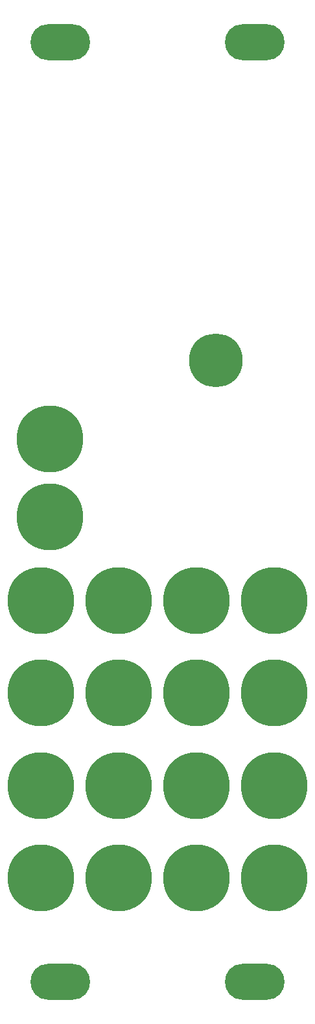
<source format=gbs>
G04 DipTrace 3.3.0.0*
G04 ESP_panel.GBS*
%MOIN*%
G04 #@! TF.FileFunction,Soldermask,Bot*
G04 #@! TF.Part,Single*
%ADD23C,0.275591*%
%ADD27O,0.307213X0.185165*%
%ADD29C,0.342646*%
%FSLAX26Y26*%
G04*
G70*
G90*
G75*
G01*
G04 BotMask*
%LPD*%
D23*
X1493400Y3700197D3*
D29*
X1393311Y1044000D3*
X593309D3*
X993309D3*
X593309Y1519000D3*
X1793309D3*
X1393311D3*
X993309D3*
X593315Y1994000D3*
X1793304D3*
D27*
X1693309Y512058D3*
X693309D3*
D29*
X1793309Y1044000D3*
D27*
X693309Y5334892D3*
X1693309D3*
D29*
X1393400Y1993948D3*
X993400D3*
X593400Y2468948D3*
X993400D3*
X640701Y3298748D3*
Y2896047D3*
X1393400Y2468948D3*
X1793400D3*
M02*

</source>
